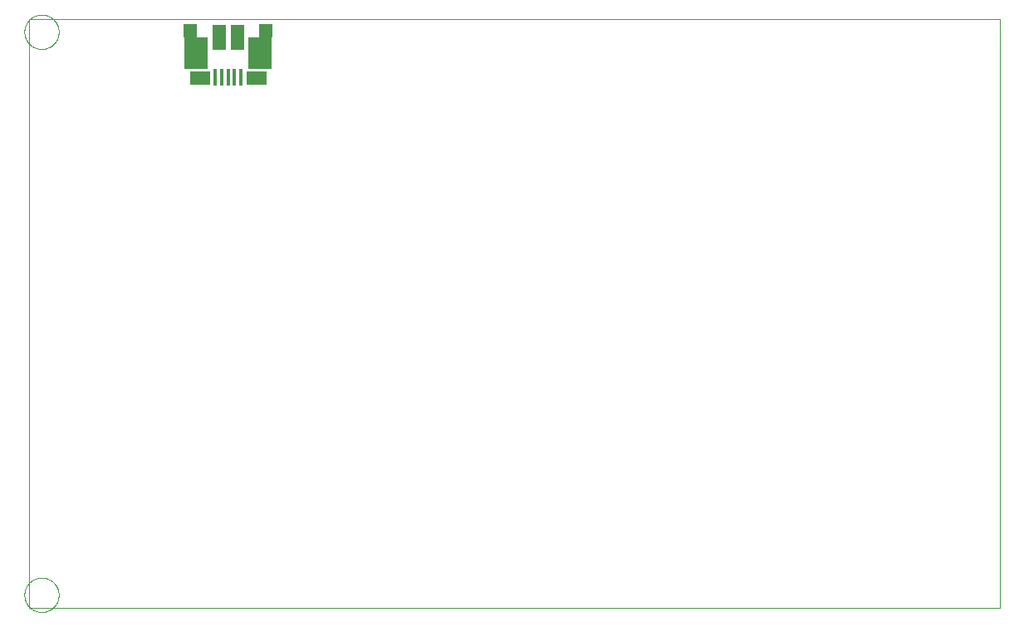
<source format=gbp>
G75*
%MOIN*%
%OFA0B0*%
%FSLAX25Y25*%
%IPPOS*%
%LPD*%
%AMOC8*
5,1,8,0,0,1.08239X$1,22.5*
%
%ADD10C,0.00000*%
%ADD11R,0.01575X0.06732*%
%ADD12R,0.07874X0.05748*%
%ADD13R,0.05413X0.09843*%
%ADD14R,0.09616X0.12522*%
%ADD15R,0.09616X0.12522*%
%ADD16R,0.05304X0.05436*%
%ADD17R,0.05304X0.05436*%
D10*
X0003500Y0003500D02*
X0003500Y0239720D01*
X0393264Y0239720D01*
X0393264Y0003500D01*
X0003500Y0003500D01*
X0001728Y0008618D02*
X0001730Y0008787D01*
X0001736Y0008956D01*
X0001747Y0009125D01*
X0001761Y0009293D01*
X0001780Y0009461D01*
X0001803Y0009629D01*
X0001829Y0009796D01*
X0001860Y0009962D01*
X0001895Y0010128D01*
X0001934Y0010292D01*
X0001978Y0010456D01*
X0002025Y0010618D01*
X0002076Y0010779D01*
X0002131Y0010939D01*
X0002190Y0011098D01*
X0002252Y0011255D01*
X0002319Y0011410D01*
X0002390Y0011564D01*
X0002464Y0011716D01*
X0002542Y0011866D01*
X0002623Y0012014D01*
X0002708Y0012160D01*
X0002797Y0012304D01*
X0002889Y0012446D01*
X0002985Y0012585D01*
X0003084Y0012722D01*
X0003186Y0012857D01*
X0003292Y0012989D01*
X0003401Y0013118D01*
X0003513Y0013245D01*
X0003628Y0013369D01*
X0003746Y0013490D01*
X0003867Y0013608D01*
X0003991Y0013723D01*
X0004118Y0013835D01*
X0004247Y0013944D01*
X0004379Y0014050D01*
X0004514Y0014152D01*
X0004651Y0014251D01*
X0004790Y0014347D01*
X0004932Y0014439D01*
X0005076Y0014528D01*
X0005222Y0014613D01*
X0005370Y0014694D01*
X0005520Y0014772D01*
X0005672Y0014846D01*
X0005826Y0014917D01*
X0005981Y0014984D01*
X0006138Y0015046D01*
X0006297Y0015105D01*
X0006457Y0015160D01*
X0006618Y0015211D01*
X0006780Y0015258D01*
X0006944Y0015302D01*
X0007108Y0015341D01*
X0007274Y0015376D01*
X0007440Y0015407D01*
X0007607Y0015433D01*
X0007775Y0015456D01*
X0007943Y0015475D01*
X0008111Y0015489D01*
X0008280Y0015500D01*
X0008449Y0015506D01*
X0008618Y0015508D01*
X0008787Y0015506D01*
X0008956Y0015500D01*
X0009125Y0015489D01*
X0009293Y0015475D01*
X0009461Y0015456D01*
X0009629Y0015433D01*
X0009796Y0015407D01*
X0009962Y0015376D01*
X0010128Y0015341D01*
X0010292Y0015302D01*
X0010456Y0015258D01*
X0010618Y0015211D01*
X0010779Y0015160D01*
X0010939Y0015105D01*
X0011098Y0015046D01*
X0011255Y0014984D01*
X0011410Y0014917D01*
X0011564Y0014846D01*
X0011716Y0014772D01*
X0011866Y0014694D01*
X0012014Y0014613D01*
X0012160Y0014528D01*
X0012304Y0014439D01*
X0012446Y0014347D01*
X0012585Y0014251D01*
X0012722Y0014152D01*
X0012857Y0014050D01*
X0012989Y0013944D01*
X0013118Y0013835D01*
X0013245Y0013723D01*
X0013369Y0013608D01*
X0013490Y0013490D01*
X0013608Y0013369D01*
X0013723Y0013245D01*
X0013835Y0013118D01*
X0013944Y0012989D01*
X0014050Y0012857D01*
X0014152Y0012722D01*
X0014251Y0012585D01*
X0014347Y0012446D01*
X0014439Y0012304D01*
X0014528Y0012160D01*
X0014613Y0012014D01*
X0014694Y0011866D01*
X0014772Y0011716D01*
X0014846Y0011564D01*
X0014917Y0011410D01*
X0014984Y0011255D01*
X0015046Y0011098D01*
X0015105Y0010939D01*
X0015160Y0010779D01*
X0015211Y0010618D01*
X0015258Y0010456D01*
X0015302Y0010292D01*
X0015341Y0010128D01*
X0015376Y0009962D01*
X0015407Y0009796D01*
X0015433Y0009629D01*
X0015456Y0009461D01*
X0015475Y0009293D01*
X0015489Y0009125D01*
X0015500Y0008956D01*
X0015506Y0008787D01*
X0015508Y0008618D01*
X0015506Y0008449D01*
X0015500Y0008280D01*
X0015489Y0008111D01*
X0015475Y0007943D01*
X0015456Y0007775D01*
X0015433Y0007607D01*
X0015407Y0007440D01*
X0015376Y0007274D01*
X0015341Y0007108D01*
X0015302Y0006944D01*
X0015258Y0006780D01*
X0015211Y0006618D01*
X0015160Y0006457D01*
X0015105Y0006297D01*
X0015046Y0006138D01*
X0014984Y0005981D01*
X0014917Y0005826D01*
X0014846Y0005672D01*
X0014772Y0005520D01*
X0014694Y0005370D01*
X0014613Y0005222D01*
X0014528Y0005076D01*
X0014439Y0004932D01*
X0014347Y0004790D01*
X0014251Y0004651D01*
X0014152Y0004514D01*
X0014050Y0004379D01*
X0013944Y0004247D01*
X0013835Y0004118D01*
X0013723Y0003991D01*
X0013608Y0003867D01*
X0013490Y0003746D01*
X0013369Y0003628D01*
X0013245Y0003513D01*
X0013118Y0003401D01*
X0012989Y0003292D01*
X0012857Y0003186D01*
X0012722Y0003084D01*
X0012585Y0002985D01*
X0012446Y0002889D01*
X0012304Y0002797D01*
X0012160Y0002708D01*
X0012014Y0002623D01*
X0011866Y0002542D01*
X0011716Y0002464D01*
X0011564Y0002390D01*
X0011410Y0002319D01*
X0011255Y0002252D01*
X0011098Y0002190D01*
X0010939Y0002131D01*
X0010779Y0002076D01*
X0010618Y0002025D01*
X0010456Y0001978D01*
X0010292Y0001934D01*
X0010128Y0001895D01*
X0009962Y0001860D01*
X0009796Y0001829D01*
X0009629Y0001803D01*
X0009461Y0001780D01*
X0009293Y0001761D01*
X0009125Y0001747D01*
X0008956Y0001736D01*
X0008787Y0001730D01*
X0008618Y0001728D01*
X0008449Y0001730D01*
X0008280Y0001736D01*
X0008111Y0001747D01*
X0007943Y0001761D01*
X0007775Y0001780D01*
X0007607Y0001803D01*
X0007440Y0001829D01*
X0007274Y0001860D01*
X0007108Y0001895D01*
X0006944Y0001934D01*
X0006780Y0001978D01*
X0006618Y0002025D01*
X0006457Y0002076D01*
X0006297Y0002131D01*
X0006138Y0002190D01*
X0005981Y0002252D01*
X0005826Y0002319D01*
X0005672Y0002390D01*
X0005520Y0002464D01*
X0005370Y0002542D01*
X0005222Y0002623D01*
X0005076Y0002708D01*
X0004932Y0002797D01*
X0004790Y0002889D01*
X0004651Y0002985D01*
X0004514Y0003084D01*
X0004379Y0003186D01*
X0004247Y0003292D01*
X0004118Y0003401D01*
X0003991Y0003513D01*
X0003867Y0003628D01*
X0003746Y0003746D01*
X0003628Y0003867D01*
X0003513Y0003991D01*
X0003401Y0004118D01*
X0003292Y0004247D01*
X0003186Y0004379D01*
X0003084Y0004514D01*
X0002985Y0004651D01*
X0002889Y0004790D01*
X0002797Y0004932D01*
X0002708Y0005076D01*
X0002623Y0005222D01*
X0002542Y0005370D01*
X0002464Y0005520D01*
X0002390Y0005672D01*
X0002319Y0005826D01*
X0002252Y0005981D01*
X0002190Y0006138D01*
X0002131Y0006297D01*
X0002076Y0006457D01*
X0002025Y0006618D01*
X0001978Y0006780D01*
X0001934Y0006944D01*
X0001895Y0007108D01*
X0001860Y0007274D01*
X0001829Y0007440D01*
X0001803Y0007607D01*
X0001780Y0007775D01*
X0001761Y0007943D01*
X0001747Y0008111D01*
X0001736Y0008280D01*
X0001730Y0008449D01*
X0001728Y0008618D01*
X0001728Y0234602D02*
X0001730Y0234771D01*
X0001736Y0234940D01*
X0001747Y0235109D01*
X0001761Y0235277D01*
X0001780Y0235445D01*
X0001803Y0235613D01*
X0001829Y0235780D01*
X0001860Y0235946D01*
X0001895Y0236112D01*
X0001934Y0236276D01*
X0001978Y0236440D01*
X0002025Y0236602D01*
X0002076Y0236763D01*
X0002131Y0236923D01*
X0002190Y0237082D01*
X0002252Y0237239D01*
X0002319Y0237394D01*
X0002390Y0237548D01*
X0002464Y0237700D01*
X0002542Y0237850D01*
X0002623Y0237998D01*
X0002708Y0238144D01*
X0002797Y0238288D01*
X0002889Y0238430D01*
X0002985Y0238569D01*
X0003084Y0238706D01*
X0003186Y0238841D01*
X0003292Y0238973D01*
X0003401Y0239102D01*
X0003513Y0239229D01*
X0003628Y0239353D01*
X0003746Y0239474D01*
X0003867Y0239592D01*
X0003991Y0239707D01*
X0004118Y0239819D01*
X0004247Y0239928D01*
X0004379Y0240034D01*
X0004514Y0240136D01*
X0004651Y0240235D01*
X0004790Y0240331D01*
X0004932Y0240423D01*
X0005076Y0240512D01*
X0005222Y0240597D01*
X0005370Y0240678D01*
X0005520Y0240756D01*
X0005672Y0240830D01*
X0005826Y0240901D01*
X0005981Y0240968D01*
X0006138Y0241030D01*
X0006297Y0241089D01*
X0006457Y0241144D01*
X0006618Y0241195D01*
X0006780Y0241242D01*
X0006944Y0241286D01*
X0007108Y0241325D01*
X0007274Y0241360D01*
X0007440Y0241391D01*
X0007607Y0241417D01*
X0007775Y0241440D01*
X0007943Y0241459D01*
X0008111Y0241473D01*
X0008280Y0241484D01*
X0008449Y0241490D01*
X0008618Y0241492D01*
X0008787Y0241490D01*
X0008956Y0241484D01*
X0009125Y0241473D01*
X0009293Y0241459D01*
X0009461Y0241440D01*
X0009629Y0241417D01*
X0009796Y0241391D01*
X0009962Y0241360D01*
X0010128Y0241325D01*
X0010292Y0241286D01*
X0010456Y0241242D01*
X0010618Y0241195D01*
X0010779Y0241144D01*
X0010939Y0241089D01*
X0011098Y0241030D01*
X0011255Y0240968D01*
X0011410Y0240901D01*
X0011564Y0240830D01*
X0011716Y0240756D01*
X0011866Y0240678D01*
X0012014Y0240597D01*
X0012160Y0240512D01*
X0012304Y0240423D01*
X0012446Y0240331D01*
X0012585Y0240235D01*
X0012722Y0240136D01*
X0012857Y0240034D01*
X0012989Y0239928D01*
X0013118Y0239819D01*
X0013245Y0239707D01*
X0013369Y0239592D01*
X0013490Y0239474D01*
X0013608Y0239353D01*
X0013723Y0239229D01*
X0013835Y0239102D01*
X0013944Y0238973D01*
X0014050Y0238841D01*
X0014152Y0238706D01*
X0014251Y0238569D01*
X0014347Y0238430D01*
X0014439Y0238288D01*
X0014528Y0238144D01*
X0014613Y0237998D01*
X0014694Y0237850D01*
X0014772Y0237700D01*
X0014846Y0237548D01*
X0014917Y0237394D01*
X0014984Y0237239D01*
X0015046Y0237082D01*
X0015105Y0236923D01*
X0015160Y0236763D01*
X0015211Y0236602D01*
X0015258Y0236440D01*
X0015302Y0236276D01*
X0015341Y0236112D01*
X0015376Y0235946D01*
X0015407Y0235780D01*
X0015433Y0235613D01*
X0015456Y0235445D01*
X0015475Y0235277D01*
X0015489Y0235109D01*
X0015500Y0234940D01*
X0015506Y0234771D01*
X0015508Y0234602D01*
X0015506Y0234433D01*
X0015500Y0234264D01*
X0015489Y0234095D01*
X0015475Y0233927D01*
X0015456Y0233759D01*
X0015433Y0233591D01*
X0015407Y0233424D01*
X0015376Y0233258D01*
X0015341Y0233092D01*
X0015302Y0232928D01*
X0015258Y0232764D01*
X0015211Y0232602D01*
X0015160Y0232441D01*
X0015105Y0232281D01*
X0015046Y0232122D01*
X0014984Y0231965D01*
X0014917Y0231810D01*
X0014846Y0231656D01*
X0014772Y0231504D01*
X0014694Y0231354D01*
X0014613Y0231206D01*
X0014528Y0231060D01*
X0014439Y0230916D01*
X0014347Y0230774D01*
X0014251Y0230635D01*
X0014152Y0230498D01*
X0014050Y0230363D01*
X0013944Y0230231D01*
X0013835Y0230102D01*
X0013723Y0229975D01*
X0013608Y0229851D01*
X0013490Y0229730D01*
X0013369Y0229612D01*
X0013245Y0229497D01*
X0013118Y0229385D01*
X0012989Y0229276D01*
X0012857Y0229170D01*
X0012722Y0229068D01*
X0012585Y0228969D01*
X0012446Y0228873D01*
X0012304Y0228781D01*
X0012160Y0228692D01*
X0012014Y0228607D01*
X0011866Y0228526D01*
X0011716Y0228448D01*
X0011564Y0228374D01*
X0011410Y0228303D01*
X0011255Y0228236D01*
X0011098Y0228174D01*
X0010939Y0228115D01*
X0010779Y0228060D01*
X0010618Y0228009D01*
X0010456Y0227962D01*
X0010292Y0227918D01*
X0010128Y0227879D01*
X0009962Y0227844D01*
X0009796Y0227813D01*
X0009629Y0227787D01*
X0009461Y0227764D01*
X0009293Y0227745D01*
X0009125Y0227731D01*
X0008956Y0227720D01*
X0008787Y0227714D01*
X0008618Y0227712D01*
X0008449Y0227714D01*
X0008280Y0227720D01*
X0008111Y0227731D01*
X0007943Y0227745D01*
X0007775Y0227764D01*
X0007607Y0227787D01*
X0007440Y0227813D01*
X0007274Y0227844D01*
X0007108Y0227879D01*
X0006944Y0227918D01*
X0006780Y0227962D01*
X0006618Y0228009D01*
X0006457Y0228060D01*
X0006297Y0228115D01*
X0006138Y0228174D01*
X0005981Y0228236D01*
X0005826Y0228303D01*
X0005672Y0228374D01*
X0005520Y0228448D01*
X0005370Y0228526D01*
X0005222Y0228607D01*
X0005076Y0228692D01*
X0004932Y0228781D01*
X0004790Y0228873D01*
X0004651Y0228969D01*
X0004514Y0229068D01*
X0004379Y0229170D01*
X0004247Y0229276D01*
X0004118Y0229385D01*
X0003991Y0229497D01*
X0003867Y0229612D01*
X0003746Y0229730D01*
X0003628Y0229851D01*
X0003513Y0229975D01*
X0003401Y0230102D01*
X0003292Y0230231D01*
X0003186Y0230363D01*
X0003084Y0230498D01*
X0002985Y0230635D01*
X0002889Y0230774D01*
X0002797Y0230916D01*
X0002708Y0231060D01*
X0002623Y0231206D01*
X0002542Y0231354D01*
X0002464Y0231504D01*
X0002390Y0231656D01*
X0002319Y0231810D01*
X0002252Y0231965D01*
X0002190Y0232122D01*
X0002131Y0232281D01*
X0002076Y0232441D01*
X0002025Y0232602D01*
X0001978Y0232764D01*
X0001934Y0232928D01*
X0001895Y0233092D01*
X0001860Y0233258D01*
X0001829Y0233424D01*
X0001803Y0233591D01*
X0001780Y0233759D01*
X0001761Y0233927D01*
X0001747Y0234095D01*
X0001736Y0234264D01*
X0001730Y0234433D01*
X0001728Y0234602D01*
D11*
X0078408Y0216430D03*
X0080967Y0216430D03*
X0083526Y0216430D03*
X0086085Y0216430D03*
X0088644Y0216430D03*
D12*
X0094943Y0215919D03*
X0072109Y0215919D03*
D13*
X0079835Y0232297D03*
X0087217Y0232297D03*
D14*
X0070594Y0226078D03*
D15*
X0096401Y0226078D03*
D16*
X0068428Y0235072D03*
D17*
X0098542Y0235072D03*
M02*

</source>
